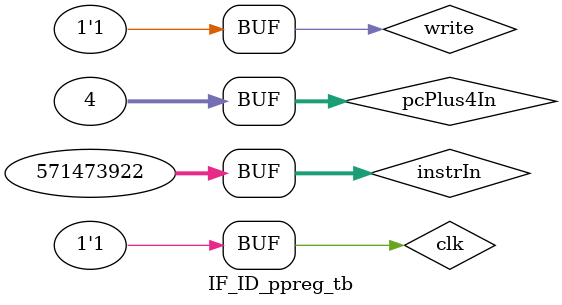
<source format=v>
module IF_ID_ppreg (instrOut, pcPlus4Out, instrIn, pcPlus4In, write, reset, clk);
	input write, reset, clk;
	input [31:0] instrIn, pcPlus4In;
	output [31:0] instrOut, pcPlus4Out;

	register_32 instrReg (instrOut, instrIn, write, reset, clk);
	register_32 pcPlus4Reg (pcPlus4Out, pcPlus4In, write, reset, clk);

endmodule

module IF_ID_ppreg_tb ();
	reg write, reset, clk;
	reg [31:0] instrIn, pcPlus4In;
	wire [31:0] instrOut, pcPlus4Out;

	IF_ID_ppreg testPPreg (instrOut, pcPlus4Out, instrIn, pcPlus4In, write, reset, clk);

	initial begin

		$monitor("InstrIn: %h, InstrOut: %h, PC in: %h, PC out: %h", instrIn, instrOut, pcPlus4In, pcPlus4Out);

		instrIn <= 32'h22100002;
		pcPlus4In <= 32'd4;

		write <= 1;
		#5 clk <= 1;

	end

endmodule

</source>
